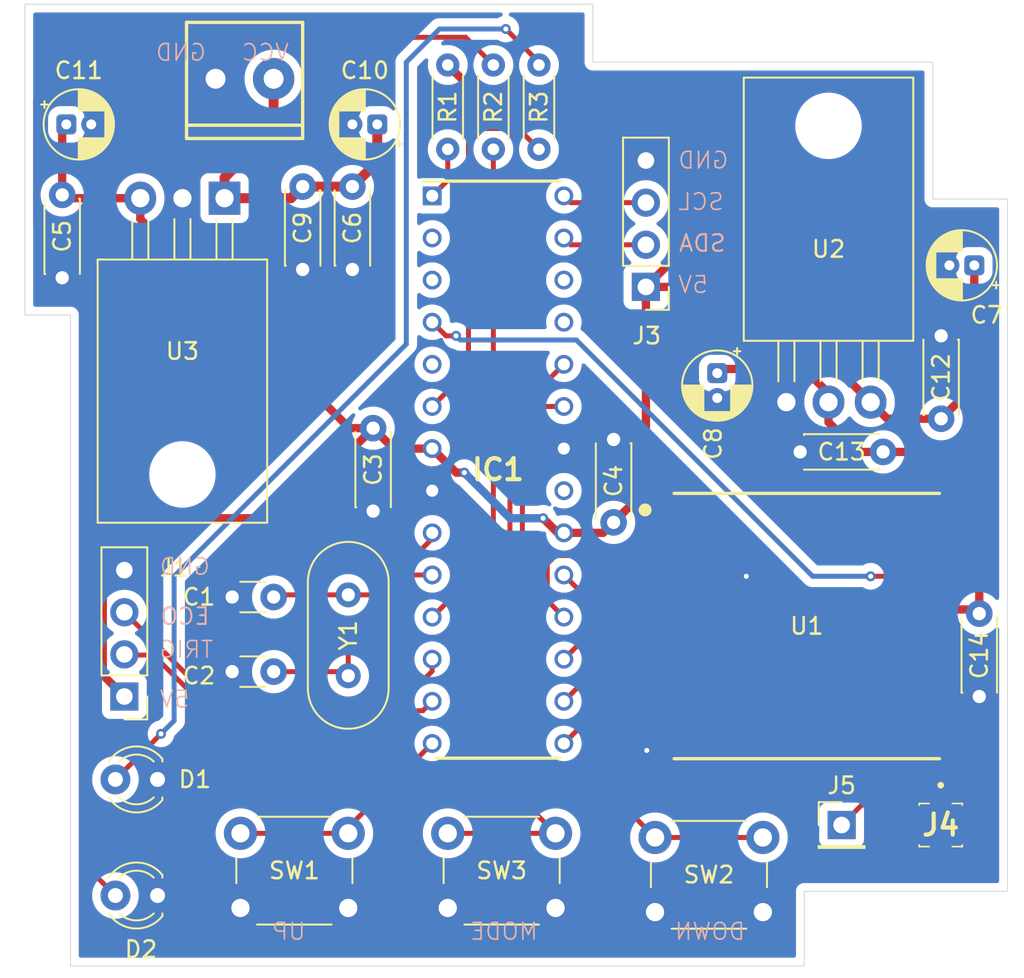
<source format=kicad_pcb>
(kicad_pcb (version 20241229) (generator "pcbnew") (generator_version "9.0")
  (title_block (title "Tank side Control Unit") (date "2025-11-05") (rev "1.0") (company "Axion"))
  (layers (0 "F.Cu" signal) (2 "B.Cu" signal) (13 "F.Paste" user) (15 "B.Paste" user) (5 "F.SilkS" user "F.Silkscreen") (7 "B.SilkS" user "B.Silkscreen") (1 "F.Mask" user) (3 "B.Mask" user) (25 "Edge.Cuts" user))
  (net 0 "")
  (net 1 "GND")
  (net 2 "Net-(IC1-PB6_(PCINT6{slash}XTAL1{slash}TOSC1))")
  (net 3 "Net-(IC1-PB7_(PCINT7{slash}XTAL2{slash}TOSC2))")
  (net 4 "+5V")
  (net 5 "VCC")
  (net 6 "+3V3")
  (net 7 "/RED led_A")
  (net 8 "/GREEN led_A")
  (net 9 "DIO0")
  (net 10 "Net-(IC1-PD5_(PCINT21{slash}OC0B{slash}T1))")
  (net 11 "BTN_mode")
  (net 13 "Net-(IC1-PD4_(PCINT20{slash}XCK{slash}T0))")
  (net 14 "MISO")
  (net 15 "SCK")
  (net 18 "NSS")
  (net 19 "MOSI")
  (net 20 "ECHO")
  (net 22 "RESET")
  (net 24 "TRIG")
  (net 25 "SDA")
  (net 26 "Net-(IC1-PC6_(PCINT14{slash}~{RESET)})")
  (net 28 "BTN_dec")
  (net 29 "SCL")
  (net 30 "BTN_inc")
  (net 32 "Net-(J4-SIGNAL)")
  (footprint "Capacitor_THT:C_Disc_D3.0mm_W1.6mm_P2.50mm" (layer "F.Cu") (at 127 101.25 180)
    (property "Reference" "C2" (at 4.5 -0.25 0) (layer "F.SilkS"))
    (property "Value" "22Pf")
    (pad "1" thru_hole circle (at 0 0 180) (size 1.6 1.6) (drill 0.8) (layers "*.Cu" "*.Mask") (net 3 "Net-(IC1-PB7_(PCINT7{slash}XTAL2{slash}TOSC2))"))
    (pad "2" thru_hole circle (at 2.5 0 180) (size 1.6 1.6) (drill 0.8) (layers "*.Cu" "*.Mask") (net 1 "GND"))
  )
  (footprint "Capacitor_THT:C_Disc_D4.3mm_W1.9mm_P5.00mm" (layer "F.Cu") (at 167.25 81 -90)
    (property "Reference" "C12" (at 2.5 0 90) (layer "F.SilkS"))
    (property "Value" "0.1uF")
    (pad "1" thru_hole circle (at 0 0 270) (size 1.6 1.6) (drill 0.8) (layers "*.Cu" "*.Mask") (net 1 "GND"))
    (pad "2" thru_hole circle (at 5 0 270) (size 1.6 1.6) (drill 0.8) (layers "*.Cu" "*.Mask") (net 4 "+5V"))
  )
  (footprint "Capacitor_THT:CP_Radial_D4.0mm_P1.50mm" (layer "F.Cu") (at 133.25 68.25 180)
    (property "Reference" "C10" (at 0.75 3.25 0) (layer "F.SilkS"))
    (property "Value" "10uF")
    (pad "1" thru_hole roundrect (at 0 0 180) (size 1.2 1.2) (drill 0.6) (layers "*.Cu" "*.Mask") (roundrect_rratio 0.208333) (net 5 "VCC"))
    (pad "2" thru_hole circle (at 1.5 0 180) (size 1.2 1.2) (drill 0.6) (layers "*.Cu" "*.Mask") (net 1 "GND"))
  )
  (footprint "Button_Switch_THT:SW_PUSH_6mm_H5mm" (layer "F.Cu") (at 137.5 111)
    (property "Reference" "SW3" (at 3.25 2.25 0) (layer "F.SilkS"))
    (property "Value" "SW_Push")
    (pad "1" thru_hole circle (at 0 0 90) (size 2 2) (drill 1.1) (layers "*.Cu" "*.Mask") (net 11 "BTN_mode"))
    (pad "1" thru_hole circle (at 6.5 0 90) (size 2 2) (drill 1.1) (layers "*.Cu" "*.Mask") (net 11 "BTN_mode"))
    (pad "2" thru_hole circle (at 0 4.5 90) (size 2 2) (drill 1.1) (layers "*.Cu" "*.Mask") (net 1 "GND"))
    (pad "2" thru_hole circle (at 6.5 4.5 90) (size 2 2) (drill 1.1) (layers "*.Cu" "*.Mask") (net 1 "GND"))
  )
  (footprint "Capacitor_THT:C_Disc_D4.3mm_W1.9mm_P5.00mm" (layer "F.Cu") (at 133 86.57 -90)
    (property "Reference" "C3" (at 2.5 0 90) (layer "F.SilkS"))
    (property "Value" "0.1uF")
    (pad "1" thru_hole circle (at 0 0 270) (size 1.6 1.6) (drill 0.8) (layers "*.Cu" "*.Mask") (net 4 "+5V"))
    (pad "2" thru_hole circle (at 5 0 270) (size 1.6 1.6) (drill 0.8) (layers "*.Cu" "*.Mask") (net 1 "GND"))
  )
  (footprint "Resistor_THT:R_Axial_DIN0204_L3.6mm_D1.6mm_P5.08mm_Horizontal" (layer "F.Cu") (at 140.25 69.75 90)
    (property "Reference" "R2" (at 2.54 0 90) (layer "F.SilkS"))
    (property "Value" "1K")
    (pad "1" thru_hole circle (at 0 0 90) (size 1.4 1.4) (drill 0.7) (layers "*.Cu" "*.Mask") (net 10 "Net-(IC1-PD5_(PCINT21{slash}OC0B{slash}T1))"))
    (pad "2" thru_hole circle (at 5.08 0 90) (size 1.4 1.4) (drill 0.7) (layers "*.Cu" "*.Mask") (net 8 "/GREEN led_A"))
  )
  (footprint "Capacitor_THT:C_Disc_D3.0mm_W1.6mm_P2.50mm" (layer "F.Cu") (at 127 96.75 180)
    (property "Reference" "C1" (at 4.5 0 0) (layer "F.SilkS"))
    (property "Value" "22Pf")
    (pad "1" thru_hole circle (at 0 0 180) (size 1.6 1.6) (drill 0.8) (layers "*.Cu" "*.Mask") (net 2 "Net-(IC1-PB6_(PCINT6{slash}XTAL1{slash}TOSC1))"))
    (pad "2" thru_hole circle (at 2.5 0 180) (size 1.6 1.6) (drill 0.8) (layers "*.Cu" "*.Mask") (net 1 "GND"))
  )
  (footprint "Connector_PinHeader_2.54mm:PinHeader_1x04_P2.54mm_Vertical" (layer "F.Cu") (at 118 102.75 180)
    (property "Reference" "J1" (at -3 7.75 0) (layer "F.SilkS"))
    (property "Value" "Conn_01x04_Pin")
    (pad "1" thru_hole rect (at 0 0 180) (size 1.7 1.7) (drill 1) (layers "*.Cu" "*.Mask") (net 4 "+5V"))
    (pad "2" thru_hole circle (at 0 2.54 180) (size 1.7 1.7) (drill 1) (layers "*.Cu" "*.Mask") (net 24 "TRIG"))
    (pad "3" thru_hole circle (at 0 5.08 180) (size 1.7 1.7) (drill 1) (layers "*.Cu" "*.Mask") (net 20 "ECHO"))
    (pad "4" thru_hole circle (at 0 7.62 180) (size 1.7 1.7) (drill 1) (layers "*.Cu" "*.Mask") (net 1 "GND"))
  )
  (footprint "Resistor_THT:R_Axial_DIN0204_L3.6mm_D1.6mm_P5.08mm_Horizontal" (layer "F.Cu") (at 137.5 64.67 -90)
    (property "Reference" "R1" (at 2.54 0 90) (layer "F.SilkS"))
    (property "Value" "10K")
    (pad "1" thru_hole circle (at 0 0 270) (size 1.4 1.4) (drill 0.7) (layers "*.Cu" "*.Mask") (net 4 "+5V"))
    (pad "2" thru_hole circle (at 5.08 0 270) (size 1.4 1.4) (drill 0.7) (layers "*.Cu" "*.Mask") (net 26 "Net-(IC1-PC6_(PCINT14{slash}~{RESET)})"))
  )
  (footprint "Resistor_THT:R_Axial_DIN0204_L3.6mm_D1.6mm_P5.08mm_Horizontal" (layer "F.Cu") (at 143 69.75 90)
    (property "Reference" "R3" (at 2.54 0 90) (layer "F.SilkS"))
    (property "Value" "1K")
    (pad "1" thru_hole circle (at 0 0 90) (size 1.4 1.4) (drill 0.7) (layers "*.Cu" "*.Mask") (net 13 "Net-(IC1-PD4_(PCINT20{slash}XCK{slash}T0))"))
    (pad "2" thru_hole circle (at 5.08 0 90) (size 1.4 1.4) (drill 0.7) (layers "*.Cu" "*.Mask") (net 7 "/RED led_A"))
  )
  (footprint "Capacitor_THT:C_Disc_D4.3mm_W1.9mm_P5.00mm" (layer "F.Cu") (at 131.75 77 90)
    (property "Reference" "C6" (at 2.5 0 90) (layer "F.SilkS"))
    (property "Value" "0.1uF")
    (pad "1" thru_hole circle (at 0 0 90) (size 1.6 1.6) (drill 0.8) (layers "*.Cu" "*.Mask") (net 1 "GND"))
    (pad "2" thru_hole circle (at 5 0 90) (size 1.6 1.6) (drill 0.8) (layers "*.Cu" "*.Mask") (net 5 "VCC"))
  )
  (footprint "Connector_PinHeader_2.54mm:PinHeader_1x04_P2.54mm_Vertical" (layer "F.Cu") (at 149.45 78.05 180)
    (property "Reference" "J3" (at -0.05 -2.95 0) (layer "F.SilkS"))
    (property "Value" "Conn_01x04_Pin")
    (pad "1" thru_hole rect (at 0 0 180) (size 1.7 1.7) (drill 1) (layers "*.Cu" "*.Mask") (net 4 "+5V"))
    (pad "2" thru_hole circle (at 0 2.54 180) (size 1.7 1.7) (drill 1) (layers "*.Cu" "*.Mask") (net 25 "SDA"))
    (pad "3" thru_hole circle (at 0 5.08 180) (size 1.7 1.7) (drill 1) (layers "*.Cu" "*.Mask") (net 29 "SCL"))
    (pad "4" thru_hole circle (at 0 7.62 180) (size 1.7 1.7) (drill 1) (layers "*.Cu" "*.Mask") (net 1 "GND"))
  )
  (footprint "PCM_SparkFun-Connector:ScrewTerminal_1x02_P3.5mm_Blue" (layer "F.Cu") (at 123.5 65.5)
    (property "Reference" "J2")
    (property "Value" "Conn_01x02_Pin")
    (pad "1" thru_hole rect (at 0 0) (size 2.5 2.5) (drill 1.2) (layers "*.Cu" "*.Mask") (net 1 "GND"))
    (pad "2" thru_hole circle (at 3.5 0) (size 2.5 2.5) (drill 1.2) (layers "*.Cu" "*.Mask") (net 5 "VCC"))
  )
  (footprint "Button_Switch_THT:SW_PUSH_6mm_H5mm" (layer "F.Cu") (at 150 111.25)
    (property "Reference" "SW2" (at 3.25 2.25 0) (layer "F.SilkS"))
    (property "Value" "SW_Push")
    (pad "1" thru_hole circle (at 0 0 90) (size 2 2) (drill 1.1) (layers "*.Cu" "*.Mask") (net 28 "BTN_dec"))
    (pad "1" thru_hole circle (at 6.5 0 90) (size 2 2) (drill 1.1) (layers "*.Cu" "*.Mask") (net 28 "BTN_dec"))
    (pad "2" thru_hole circle (at 0 4.5 90) (size 2 2) (drill 1.1) (layers "*.Cu" "*.Mask") (net 1 "GND"))
    (pad "2" thru_hole circle (at 6.5 4.5 90) (size 2 2) (drill 1.1) (layers "*.Cu" "*.Mask") (net 1 "GND"))
  )
  (footprint "custom_footprints:XCVR_RFM95W-868S2" (layer "F.Cu") (at 159.15 98.5)
    (property "Reference" "U1" (at 0 0 0) (layer "F.SilkS") (effects (font (size 1.001913 1.001913))))
    (property "Value" "RFM95W-868S2")
    (pad "1" smd rect (at -7.4 -7) (size 1.95 1.05) (layers "F.Cu" "F.Mask" "F.Paste") (net 1 "GND"))
    (pad "2" smd rect (at -7.4 -5) (size 1.95 1.05) (layers "F.Cu" "F.Mask" "F.Paste") (net 14 "MISO"))
    (pad "3" smd rect (at -7.4 -3) (size 1.95 1.05) (layers "F.Cu" "F.Mask" "F.Paste") (net 19 "MOSI"))
    (pad "4" smd rect (at -7.4 -1) (size 1.95 1.05) (layers "F.Cu" "F.Mask" "F.Paste") (net 15 "SCK"))
    (pad "5" smd rect (at -7.4 1) (size 1.95 1.05) (layers "F.Cu" "F.Mask" "F.Paste") (net 18 "NSS"))
    (pad "6" smd rect (at -7.4 3) (size 1.95 1.05) (layers "F.Cu" "F.Mask" "F.Paste") (net 22 "RESET"))
    (pad "7" smd rect (at -7.4 5) (size 1.95 1.05) (layers "F.Cu" "F.Mask" "F.Paste"))
    (pad "8" smd rect (at -7.4 7) (size 1.95 1.05) (layers "F.Cu" "F.Mask" "F.Paste") (net 1 "GND"))
    (pad "9" smd rect (at 7.4 7) (size 1.95 1.05) (layers "F.Cu" "F.Mask" "F.Paste") (net 32 "Net-(J4-SIGNAL)"))
    (pad "10" smd rect (at 7.4 5) (size 1.95 1.05) (layers "F.Cu" "F.Mask" "F.Paste") (net 1 "GND"))
    (pad "11" smd rect (at 7.4 3) (size 1.95 1.05) (layers "F.Cu" "F.Mask" "F.Paste"))
    (pad "12" smd rect (at 7.4 1) (size 1.95 1.05) (layers "F.Cu" "F.Mask" "F.Paste"))
    (pad "13" smd rect (at 7.4 -1) (size 1.95 1.05) (layers "F.Cu" "F.Mask" "F.Paste") (net 6 "+3V3"))
    (pad "14" smd rect (at 7.4 -3) (size 1.95 1.05) (layers "F.Cu" "F.Mask" "F.Paste") (net 9 "DIO0"))
    (pad "15" smd rect (at 7.4 -5) (size 1.95 1.05) (layers "F.Cu" "F.Mask" "F.Paste"))
    (pad "16" smd rect (at 7.4 -7) (size 1.95 1.05) (layers "F.Cu" "F.Mask" "F.Paste"))
  )
  (footprint "Crystal:Crystal_HC49-4H_Vertical" (layer "F.Cu") (at 131.5 101.5 90)
    (property "Reference" "Y1" (at 2.44 0 90) (layer "F.SilkS"))
    (property "Value" "Crystal")
    (pad "1" thru_hole circle (at 0 0 90) (size 1.5 1.5) (drill 0.8) (layers "*.Cu" "*.Mask") (net 3 "Net-(IC1-PB7_(PCINT7{slash}XTAL2{slash}TOSC2))"))
    (pad "2" thru_hole circle (at 4.88 0 90) (size 1.5 1.5) (drill 0.8) (layers "*.Cu" "*.Mask") (net 2 "Net-(IC1-PB6_(PCINT6{slash}XTAL1{slash}TOSC1))"))
  )
  (footprint "Package_TO_SOT_THT:TO-220-3_Horizontal_TabDown" (layer "F.Cu") (at 124.04 72.7 180)
    (property "Reference" "U3" (at 2.54 -9.23 180) (layer "F.SilkS"))
    (property "Value" "LM7805_TO220")
    (pad "" np_thru_hole circle (at 2.54 -16.66 180) (size 3.5 3.5) (drill 3.5) (layers "*.Cu" "*.Mask"))
    (pad "1" thru_hole rect (at 0 0 180) (size 1.905 2) (drill 1.1) (layers "*.Cu" "*.Mask") (net 5 "VCC"))
    (pad "2" thru_hole oval (at 2.54 0 180) (size 1.905 2) (drill 1.1) (layers "*.Cu" "*.Mask") (net 1 "GND"))
    (pad "3" thru_hole oval (at 5.08 0 180) (size 1.905 2) (drill 1.1) (layers "*.Cu" "*.Mask") (net 4 "+5V"))
  )
  (footprint "Capacitor_THT:CP_Radial_D4.0mm_P1.50mm" (layer "F.Cu") (at 114.5 68.25)
    (property "Reference" "C11" (at 0.75 -3.25 0) (layer "F.SilkS"))
    (property "Value" "10uF")
    (pad "1" thru_hole roundrect (at 0 0) (size 1.2 1.2) (drill 0.6) (layers "*.Cu" "*.Mask") (roundrect_rratio 0.208333) (net 4 "+5V"))
    (pad "2" thru_hole circle (at 1.5 0) (size 1.2 1.2) (drill 0.6) (layers "*.Cu" "*.Mask") (net 1 "GND"))
  )
  (footprint "LED_THT:LED_D3.0mm" (layer "F.Cu") (at 120 114.75 180)
    (property "Reference" "D2" (at 1 -3.25 0) (layer "F.SilkS"))
    (property "Value" "GREEN")
    (pad "1" thru_hole rect (at 0 0 180) (size 1.8 1.8) (drill 0.9) (layers "*.Cu" "*.Mask") (net 1 "GND"))
    (pad "2" thru_hole circle (at 2.54 0 180) (size 1.8 1.8) (drill 0.9) (layers "*.Cu" "*.Mask") (net 8 "/GREEN led_A"))
  )
  (footprint "Connector_PinHeader_2.54mm:PinHeader_1x01_P2.54mm_Vertical" (layer "F.Cu") (at 161.25 110.5)
    (property "Reference" "J5" (at 0 -2.38 0) (layer "F.SilkS"))
    (property "Value" "Conn_01x01_Pin")
    (pad "1" thru_hole rect (at 0 0) (size 1.7 1.7) (drill 1) (layers "*.Cu" "*.Mask") (net 32 "Net-(J4-SIGNAL)"))
  )
  (footprint "Capacitor_THT:C_Disc_D4.3mm_W1.9mm_P5.00mm" (layer "F.Cu") (at 158.75 88)
    (property "Reference" "C13" (at 2.5 0 0) (layer "F.SilkS"))
    (property "Value" "0.1uF")
    (pad "1" thru_hole circle (at 0 0) (size 1.6 1.6) (drill 0.8) (layers "*.Cu" "*.Mask") (net 1 "GND"))
    (pad "2" thru_hole circle (at 5 0) (size 1.6 1.6) (drill 0.8) (layers "*.Cu" "*.Mask") (net 6 "+3V3"))
  )
  (footprint "custom_footprints:R302302000" (layer "F.Cu") (at 167.225 110.5 180)
    (property "Reference" "J4" (at 0 0 180) (layer "F.SilkS") (effects (font (size 1.27 1.27) (thickness 0.254))))
    (property "Value" "R302302000" (hide yes))
    (pad "1" smd rect (at 0 1.5 180) (size 1 1) (layers "F.Cu" "F.Mask" "F.Paste") (net 32 "Net-(J4-SIGNAL)"))
    (pad "2" smd rect (at 1.475 0 180) (size 1.05 2) (layers "F.Cu" "F.Mask" "F.Paste") (net 1 "GND"))
    (pad "3" smd rect (at 0 -1.5 180) (size 1 1) (layers "F.Cu" "F.Mask" "F.Paste") (net 1 "GND"))
    (pad "4" smd rect (at -1.475 0 180) (size 1.05 2) (layers "F.Cu" "F.Mask" "F.Paste") (net 1 "GND"))
  )
  (footprint "Package_TO_SOT_THT:TO-220-3_Horizontal_TabDown" (layer "F.Cu") (at 157.92 85)
    (property "Reference" "U2" (at 2.54 -9.23 0) (layer "F.SilkS"))
    (property "Value" "LM1117T-3.3")
    (pad "" np_thru_hole circle (at 2.54 -16.66) (size 3.5 3.5) (drill 3.5) (layers "*.Cu" "*.Mask"))
    (pad "1" thru_hole rect (at 0 0) (size 1.905 2) (drill 1.1) (layers "*.Cu" "*.Mask") (net 1 "GND"))
    (pad "2" thru_hole oval (at 2.54 0) (size 1.905 2) (drill 1.1) (layers "*.Cu" "*.Mask") (net 6 "+3V3"))
    (pad "3" thru_hole oval (at 5.08 0) (size 1.905 2) (drill 1.1) (layers "*.Cu" "*.Mask") (net 4 "+5V"))
  )
  (footprint "LED_THT:LED_D3.0mm" (layer "F.Cu") (at 120 107.75 180)
    (property "Reference" "D1" (at -2.25 0 0) (layer "F.SilkS"))
    (property "Value" "RED")
    (pad "1" thru_hole rect (at 0 0 180) (size 1.8 1.8) (drill 0.9) (layers "*.Cu" "*.Mask") (net 1 "GND"))
    (pad "2" thru_hole circle (at 2.54 0 180) (size 1.8 1.8) (drill 0.9) (layers "*.Cu" "*.Mask") (net 7 "/RED led_A"))
  )
  (footprint "Capacitor_THT:C_Disc_D4.3mm_W1.9mm_P5.00mm" (layer "F.Cu") (at 128.75 77 90)
    (property "Reference" "C9" (at 2.5 0 90) (layer "F.SilkS"))
    (property "Value" "0.1uF")
    (pad "1" thru_hole circle (at 0 0 90) (size 1.6 1.6) (drill 0.8) (layers "*.Cu" "*.Mask") (net 1 "GND"))
    (pad "2" thru_hole circle (at 5 0 90) (size 1.6 1.6) (drill 0.8) (layers "*.Cu" "*.Mask") (net 5 "VCC"))
  )
  (footprint "Capacitor_THT:C_Disc_D4.3mm_W1.9mm_P5.00mm" (layer "F.Cu") (at 114.25 77.5 90)
    (property "Reference" "C5" (at 2.5 0 90) (layer "F.SilkS"))
    (property "Value" "0.1uF")
    (pad "1" thru_hole circle (at 0 0 90) (size 1.6 1.6) (drill 0.8) (layers "*.Cu" "*.Mask") (net 1 "GND"))
    (pad "2" thru_hole circle (at 5 0 90) (size 1.6 1.6) (drill 0.8) (layers "*.Cu" "*.Mask") (net 4 "+5V"))
  )
  (footprint "Capacitor_THT:CP_Radial_D4.0mm_P1.50mm" (layer "F.Cu") (at 169.25 76.75 180)
    (property "Reference" "C7" (at -0.75 -3 0) (layer "F.SilkS"))
    (property "Value" "10uF")
    (pad "1" thru_hole roundrect (at 0 0 180) (size 1.2 1.2) (drill 0.6) (layers "*.Cu" "*.Mask") (roundrect_rratio 0.208333) (net 4 "+5V"))
    (pad "2" thru_hole circle (at 1.5 0 180) (size 1.2 1.2) (drill 0.6) (layers "*.Cu" "*.Mask") (net 1 "GND"))
  )
  (footprint "Button_Switch_THT:SW_PUSH_6mm_H5mm" (layer "F.Cu") (at 125 111)
    (property "Reference" "SW1" (at 3.25 2.25 0) (layer "F.SilkS"))
    (property "Value" "SW_Push")
    (pad "1" thru_hole circle (at 0 0 90) (size 2 2) (drill 1.1) (layers "*.Cu" "*.Mask") (net 30 "BTN_inc"))
    (pad "1" thru_hole circle (at 6.5 0 90) (size 2 2) (drill 1.1) (layers "*.Cu" "*.Mask") (net 30 "BTN_inc"))
    (pad "2" thru_hole circle (at 0 4.5 90) (size 2 2) (drill 1.1) (layers "*.Cu" "*.Mask") (net 1 "GND"))
    (pad "2" thru_hole circle (at 6.5 4.5 90) (size 2 2) (drill 1.1) (layers "*.Cu" "*.Mask") (net 1 "GND"))
  )
  (footprint "Capacitor_THT:CP_Radial_D4.0mm_P1.50mm" (layer "F.Cu") (at 153.75 83.25 -90)
    (property "Reference" "C8" (at 4.25 0.25 90) (layer "F.SilkS"))
    (property "Value" "10uF")
    (pad "1" thru_hole roundrect (at 0 0 270) (size 1.2 1.2) (drill 0.6) (layers "*.Cu" "*.Mask") (roundrect_rratio 0.208333) (net 6 "+3V3"))
    (pad "2" thru_hole circle (at 1.5 0 270) (size 1.2 1.2) (drill 0.6) (layers "*.Cu" "*.Mask") (net 1 "GND"))
  )
  (footprint "SamacSys_Part:DIP794W53P254L3467H457Q28N" (layer "F.Cu") (at 140.531 89.07)
    (property "Reference" "IC1" (at 0 0 0) (layer "F.SilkS") (effects (font (size 1.27 1.27) (thickness 0.254))))
    (property "Value" "ATMEGA328P-PU" (hide yes))
    (pad "1" thru_hole rect (at -3.969 -16.51) (size 1.133 1.133) (drill 0.733) (layers "*.Cu" "*.Mask") (net 26 "Net-(IC1-PC6_(PCINT14{slash}~{RESET)})"))
    (pad "2" thru_hole circle (at -3.969 -13.97) (size 1.133 1.133) (drill 0.733) (layers "*.Cu" "*.Mask"))
    (pad "3" thru_hole circle (at -3.969 -11.43) (size 1.133 1.133) (drill 0.733) (layers "*.Cu" "*.Mask"))
    (pad "4" thru_hole circle (at -3.969 -8.89) (size 1.133 1.133) (drill 0.733) (layers "*.Cu" "*.Mask") (net 9 "DIO0"))
    (pad "5" thru_hole circle (at -3.969 -6.35) (size 1.133 1.133) (drill 0.733) (layers "*.Cu" "*.Mask"))
    (pad "6" thru_hole circle (at -3.969 -3.81) (size 1.133 1.133) (drill 0.733) (layers "*.Cu" "*.Mask") (net 13 "Net-(IC1-PD4_(PCINT20{slash}XCK{slash}T0))"))
    (pad "7" thru_hole circle (at -3.969 -1.27) (size 1.133 1.133) (drill 0.733) (layers "*.Cu" "*.Mask") (net 4 "+5V"))
    (pad "8" thru_hole circle (at -3.969 1.27) (size 1.133 1.133) (drill 0.733) (layers "*.Cu" "*.Mask") (net 1 "GND"))
    (pad "9" thru_hole circle (at -3.969 3.81) (size 1.133 1.133) (drill 0.733) (layers "*.Cu" "*.Mask") (net 2 "Net-(IC1-PB6_(PCINT6{slash}XTAL1{slash}TOSC1))"))
    (pad "10" thru_hole circle (at -3.969 6.35) (size 1.133 1.133) (drill 0.733) (layers "*.Cu" "*.Mask") (net 3 "Net-(IC1-PB7_(PCINT7{slash}XTAL2{slash}TOSC2))"))
    (pad "11" thru_hole circle (at -3.969 8.89) (size 1.133 1.133) (drill 0.733) (layers "*.Cu" "*.Mask") (net 10 "Net-(IC1-PD5_(PCINT21{slash}OC0B{slash}T1))"))
    (pad "12" thru_hole circle (at -3.969 11.43) (size 1.133 1.133) (drill 0.733) (layers "*.Cu" "*.Mask") (net 20 "ECHO"))
    (pad "13" thru_hole circle (at -3.969 13.97) (size 1.133 1.133) (drill 0.733) (layers "*.Cu" "*.Mask") (net 24 "TRIG"))
    (pad "14" thru_hole circle (at -3.969 16.51) (size 1.133 1.133) (drill 0.733) (layers "*.Cu" "*.Mask") (net 30 "BTN_inc"))
    (pad "15" thru_hole circle (at 3.969 16.51) (size 1.133 1.133) (drill 0.733) (layers "*.Cu" "*.Mask") (net 22 "RESET"))
    (pad "16" thru_hole circle (at 3.969 13.97) (size 1.133 1.133) (drill 0.733) (layers "*.Cu" "*.Mask") (net 18 "NSS"))
    (pad "17" thru_hole circle (at 3.969 11.43) (size 1.133 1.133) (drill 0.733) (layers "*.Cu" "*.Mask") (net 19 "MOSI"))
    (pad "18" thru_hole circle (at 3.969 8.89) (size 1.133 1.133) (drill 0.733) (layers "*.Cu" "*.Mask") (net 14 "MISO"))
    (pad "19" thru_hole circle (at 3.969 6.35) (size 1.133 1.133) (drill 0.733) (layers "*.Cu" "*.Mask") (net 15 "SCK"))
    (pad "20" thru_hole circle (at 3.969 3.81) (size 1.133 1.133) (drill 0.733) (layers "*.Cu" "*.Mask") (net 4 "+5V"))
    (pad "21" thru_hole circle (at 3.969 1.27) (size 1.133 1.133) (drill 0.733) (layers "*.Cu" "*.Mask"))
    (pad "22" thru_hole circle (at 3.969 -1.27) (size 1.133 1.133) (drill 0.733) (layers "*.Cu" "*.Mask") (net 1 "GND"))
    (pad "23" thru_hole circle (at 3.969 -3.81) (size 1.133 1.133) (drill 0.733) (layers "*.Cu" "*.Mask") (net 28 "BTN_dec"))
    (pad "24" thru_hole circle (at 3.969 -6.35) (size 1.133 1.133) (drill 0.733) (layers "*.Cu" "*.Mask") (net 11 "BTN_mode"))
    (pad "25" thru_hole circle (at 3.969 -8.89) (size 1.133 1.133) (drill 0.733) (layers "*.Cu" "*.Mask"))
    (pad "26" thru_hole circle (at 3.969 -11.43) (size 1.133 1.133) (drill 0.733) (layers "*.Cu" "*.Mask"))
    (pad "27" thru_hole circle (at 3.969 -13.97) (size 1.133 1.133) (drill 0.733) (layers "*.Cu" "*.Mask") (net 25 "SDA"))
    (pad "28" thru_hole circle (at 3.969 -16.51) (size 1.133 1.133) (drill 0.733) (layers "*.Cu" "*.Mask") (net 29 "SCL"))
  )
  (footprint "Capacitor_THT:C_Disc_D4.3mm_W1.9mm_P5.00mm" (layer "F.Cu") (at 169.55 102.75 90)
    (property "Reference" "C14" (at 2.5 0 90) (layer "F.SilkS"))
    (property "Value" "0.1uF")
    (pad "1" thru_hole circle (at 0 0 90) (size 1.6 1.6) (drill 0.8) (layers "*.Cu" "*.Mask") (net 1 "GND"))
    (pad "2" thru_hole circle (at 5 0 90) (size 1.6 1.6) (drill 0.8) (layers "*.Cu" "*.Mask") (net 6 "+3V3"))
  )
  (footprint "Capacitor_THT:C_Disc_D4.3mm_W1.9mm_P5.00mm" (layer "F.Cu") (at 147.5 92.25 90)
    (property "Reference" "C4" (at 2.5 0 90) (layer "F.SilkS"))
    (property "Value" "0.1uF")
    (pad "1" thru_hole circle (at 0 0 90) (size 1.6 1.6) (drill 0.8) (layers "*.Cu" "*.Mask") (net 4 "+5V"))
    (pad "2" thru_hole circle (at 5 0 90) (size 1.6 1.6) (drill 0.8) (layers "*.Cu" "*.Mask") (net 1 "GND"))
  )
  (gr_poly (pts (xy 146.25 61) (xy 146.25 64.5) (xy 166.75 64.5) (xy 166.75 72.75) (xy 171.25 72.75) (xy 171.25 95.25) (xy 171.25 114.5) (xy 159 114.5) (xy 159 119) (xy 114.75 119) (xy 114.75 79.75) (xy 112 79.75) (xy 112 61)) (stroke (width 0.05)) (fill no) (layer "Edge.Cuts"))
  (gr_text "ECO" (at 123.217857 98.5 0) (layer "B.SilkS") (effects (font (size 1 1) (thickness 0.125)) (justify left bottom mirror)))
  (gr_text "SDA" (at 154.336905 76 0) (layer "B.SilkS") (effects (font (size 1 1) (thickness 0.125)) (justify left bottom mirror)))
  (gr_text "MODE" (at 143 117.5 0) (layer "B.SilkS") (effects (font (size 1 1) (thickness 0.1)) (justify left bottom mirror)))
  (gr_text "VCC" (at 128 64.5 0) (layer "B.SilkS") (effects (font (size 1 1) (thickness 0.1)) (justify left bottom mirror)))
  (gr_text "GND" (at 123 64.5 0) (layer "B.SilkS") (effects (font (size 1 1) (thickness 0.1)) (justify left bottom mirror)))
  (gr_text "GND" (at 154.5 71 0) (layer "B.SilkS") (effects (font (size 1 1) (thickness 0.1)) (justify left bottom mirror)))
  (gr_text "DOWN" (at 155.5 117.5 0) (layer "B.SilkS") (effects (font (size 1 1) (thickness 0.1)) (justify left bottom mirror)))
  (gr_text "UP" (at 129 117.5 0) (layer "B.SilkS") (effects (font (size 1 1) (thickness 0.1)) (justify left bottom mirror)))
  (gr_text "5V" (at 122 103.5 0) (layer "B.SilkS") (effects (font (size 1 1) (thickness 0.1)) (justify left bottom mirror)))
  (gr_text "TRIG" (at 123.428571 100.5 0) (layer "B.SilkS") (effects (font (size 1 1) (thickness 0.1)) (justify left bottom mirror)))
  (gr_text "GND" (at 123.238095 95.5 0) (layer "B.SilkS") (effects (font (size 1 1) (thickness 0.1)) (justify left bottom mirror)))
  (gr_text "SCL" (at 154.214286 73.5 0) (layer "B.SilkS") (effects (font (size 1 1) (thickness 0.1)) (justify left bottom mirror)))
  (gr_text "5V" (at 153.261905 78.5 0) (layer "B.SilkS") (effects (font (size 1 1) (thickness 0.1)) (justify left bottom mirror)))
  (segment (start 165.75 110.5) (end 165.75 111.75) (width 0.5) (layer "F.Cu") (net 1))
  (segment (start 166 112) (end 167.225 112) (width 0.5) (layer "F.Cu") (net 1))
  (segment (start 155.5 95.5) (end 155.5 94.5) (width 0.5) (layer "F.Cu") (net 1))
  (segment (start 168.7 110.5) (end 168.7 110.3) (width 0.5) (layer "F.Cu") (net 1))
  (segment (start 166.55 103.5) (end 168.8 103.5) (width 0.5) (layer "F.Cu") (net 1))
  (segment (start 165.75 111.75) (end 166 112) (width 0.5) (layer "F.Cu") (net 1))
  (segment (start 168.8 103.5) (end 169.55 102.75) (width 0.5) (layer "F.Cu") (net 1))
  (segment (start 151.75 105.5) (end 150 105.5) (width 0.5) (layer "F.Cu") (net 1))
  (segment (start 168.7 111.8) (end 168.5 112) (width 0.5) (layer "F.Cu") (net 1))
  (segment (start 169.55 109.45) (end 169.55 102.75) (width 0.5) (layer "F.Cu") (net 1))
  (segment (start 168.5 112) (end 167.225 112) (width 0.5) (layer "F.Cu") (net 1))
  (segment (start 114.25 77.5) (end 114.25 77.75) (width 0.5) (layer "F.Cu") (net 1))
  (segment (start 150 105.5) (end 149.5 106) (width 0.5) (layer "F.Cu") (net 1))
  (segment (start 168.7 110.3) (end 169.55 109.45) (width 0.5) (layer "F.Cu") (net 1))
  (segment (start 152.5 91.5) (end 151.75 91.5) (width 0.5) (layer "F.Cu") (net 1))
  (segment (start 168.7 110.5) (end 168.7 111.8) (width 0.5) (layer "F.Cu") (net 1))
  (segment (start 155.5 94.5) (end 152.5 91.5) (width 0.5) (layer "F.Cu") (net 1))
  (via (at 149.5 106) (size 0.6) (drill 0.3) (layers "F.Cu" "B.Cu") (net 1))
  (via (at 155.5 95.5) (size 0.6) (drill 0.3) (layers "F.Cu" "B.Cu") (net 1))
  (segment (start 131.5 96.62) (end 133.17148 96.62) (width 0.3) (layer "F.Cu") (net 2))
  (segment (start 127 96.75) (end 127.25 96.75) (width 0.3) (layer "F.Cu") (net 2))
  (segment (start 136.562 93.22948) (end 136.562 92.88) (width 0.3) (layer "F.Cu") (net 2))
  (segment (start 127.38 96.62) (end 131.5 96.62) (width 0.3) (layer "F.Cu") (net 2))
  (segment (start 127.25 96.75) (end 127.38 96.62) (width 0.3) (layer "F.Cu") (net 2))
  (segment (start 133.17148 96.62) (end 136.562 93.22948) (width 0.3) (layer "F.Cu") (net 2))
  (segment (start 131.25 101.25) (end 131.5 101.5) (width 0.3) (layer "F.Cu") (net 3))
  (segment (start 131.5 101.5) (end 131.5 99) (width 0.3) (layer "F.Cu") (net 3))
  (segment (start 135.08 95.42) (end 136.562 95.42) (width 0.3) (layer "F.Cu") (net 3))
  (segment (start 127 101.25) (end 131.25 101.25) (width 0.3) (layer "F.Cu") (net 3))
  (segment (start 131.5 99) (end 135.08 95.42) (width 0.3) (layer "F.Cu") (net 3))
  (segment (start 140.729 67.899) (end 149.453946 67.899) (width 0.5) (layer "F.Cu") (net 4))
  (segment (start 136.562 87.8) (end 134.23 87.8) (width 0.5) (layer "F.Cu") (net 4))
  (segment (start 138.5 89.25) (end 138.012 89.25) (width 0.5) (layer "F.Cu") (net 4))
  (segment (start 137.5 64.67) (end 140.729 67.899) (width 0.5) (layer "F.Cu") (net 4))
  (segment (start 118.96 73.96) (end 131.57 86.57) (width 0.5) (layer "F.Cu") (net 4))
  (segment (start 151.25 76.25) (end 149.45 78.05) (width 0.5) (layer "F.Cu") (net 4))
  (segment (start 144.13 92.88) (end 143.25 92) (width 0.5) (layer "F.Cu") (net 4))
  (segment (start 134.23 87.8) (end 133 86.57) (width 0.5) (layer "F.Cu") (net 4))
  (segment (start 127.57 92) (end 133 86.57) (width 0.5) (layer "F.Cu") (net 4))
  (segment (start 147.5 92.25) (end 149.45 90.3) (width 0.5) (layer "F.Cu") (net 4))
  (segment (start 114.45 72.7) (end 114.25 72.5) (width 0.5) (layer "F.Cu") (net 4))
  (segment (start 118.96 72.7) (end 114.45 72.7) (width 0.5) (layer "F.Cu") (net 4))
  (segment (start 164 86) (end 163 85) (width 0.5) (layer "F.Cu") (net 4))
  (segment (start 131.57 86.57) (end 133 86.57) (width 0.5) (layer "F.Cu") (net 4))
  (segment (start 167.25 86) (end 169.25 84) (width 0.5) (layer "F.Cu") (net 4))
  (segment (start 167.25 86) (end 164 86) (width 0.5) (layer "F.Cu") (net 4))
  (segment (start 138.012 89.25) (end 136.562 87.8) (width 0.5) (layer "F.Cu") (net 4))
  (segment (start 119.290108 92) (end 127.57 92) (width 0.5) (layer "F.Cu") (net 4))
  (segment (start 116.699 101.449) (end 116.699 94.591108) (width 0.5) (layer "F.Cu") (net 4))
  (segment (start 144.5 92.88) (end 146.87 92.88) (width 0.5) (layer "F.Cu") (net 4))
  (segment (start 116.699 94.591108) (end 119.290108 92) (width 0.5) (layer "F.Cu") (net 4))
  (segment (start 118.96 72.7) (end 118.96 73.96) (width 0.5) (layer "F.Cu") (net 4))
  (segment (start 149.453946 67.899) (end 151.25 69.695054) (width 0.5) (layer "F.Cu") (net 4))
  (segment (start 118 102.75) (end 116.699 101.449) (width 0.5) (layer "F.Cu") (net 4))
  (segment (start 149.45 78.05) (end 156.05 78.05) (width 0.5) (layer "F.Cu") (net 4))
  (segment (start 114.25 72.5) (end 114.25 68.5) (width 0.5) (layer "F.Cu") (net 4))
  (segment (start 149.45 90.3) (end 149.45 78.05) (width 0.5) (layer "F.Cu") (net 4))
  (segment (start 114.25 68.5) (end 114.5 68.25) (width 0.5) (layer "F.Cu") (net 4))
  (segment (start 156.05 78.05) (end 163 85) (width 0.5) (layer "F.Cu") (net 4))
  (segment (start 169.25 84) (end 169.25 76.75) (width 0.5) (layer "F.Cu") (net 4))
  (segment (start 144.5 92.88) (end 144.13 92.88) (width 0.5) (layer "F.Cu") (net 4))
  (segment (start 146.87 92.88) (end 147.5 92.25) (width 0.5) (layer "F.Cu") (net 4))
  (segment (start 151.25 69.695054) (end 151.25 76.25) (width 0.5) (layer "F.Cu") (net 4))
  (via (at 143.25 92) (size 0.6) (drill 0.3) (layers "F.Cu" "B.Cu") (net 4))
  (via (at 138.5 89.25) (size 0.6) (drill 0.3) (layers "F.Cu" "B.Cu") (net 4))
  (segment (start 141.25 92) (end 138.5 89.25) (width 0.5) (layer "B.Cu") (net 4))
  (segment (start 143.25 92) (end 141.25 92) (width 0.5) (layer "B.Cu") (net 4))
  (segment (start 128.05 72.7) (end 128.75 72) (width 0.6) (layer "F.Cu") (net 5))
  (segment (start 131.75 72) (end 133.25 70.5) (width 0.6) (layer "F.Cu") (net 5))
  (segment (start 124.04 71.46) (end 127 68.5) (width 0.6) (layer "F.Cu") (net 5))
  (segment (start 133.25 70.5) (end 133.25 68.25) (width 0.6) (layer "F.Cu") (net 5))
  (segment (start 124.04 72.7) (end 128.05 72.7) (width 0.6) (layer "F.Cu") (net 5))
  (segment (start 124.04 72.7) (end 124.04 71.46) (width 0.6) (layer "F.Cu") (net 5))
  (segment (start 127 68.5) (end 127 65.5) (width 0.6) (layer "F.Cu") (net 5))
  (segment (start 128.75 72) (end 131.75 72) (width 0.6) (layer "F.Cu") (net 5))
  (segment (start 169.55 97.75) (end 169.55 91.55) (width 0.5) (layer "F.Cu") (net 6))
  (segment (start 160.46 85) (end 160.46 84.46) (width 0.5) (layer "F.Cu") (net 6))
  (segment (start 169.55 91.55) (end 166 88) (width 0.5) (layer "F.Cu") (net 6))
  (segment (start 160.46 86.21) (end 160.46 85) (width 0.5) (layer "F.Cu") (net 6))
  (segment (start 169.3 97.5) (end 169.55 97.75) (width 0.5) (layer "F.Cu") (net 6))
  (segment (start 163.75 88) (end 162.25 88) (width 0.5) (layer "F.Cu") (net 6))
  (segment (start 159 83) (end 154 83) (width 0.5) (layer "F.Cu") (net 6))
  (segment (start 166.55 97.5) (end 169.3 97.5) (width 0.5) (layer "F.Cu") (net 6))
  (segment (start 162.25 88) (end 160.46 86.21) (width 0.5) (layer "F.Cu") (net 6))
  (segment (start 154 83) (end 153.75 83.25) (width 0.5) (layer "F.Cu") (net 6))
  (segment (start 160.46 84.46) (end 159 83) (width 0.5) (layer "F.Cu") (net 6))
  (segment (start 166 88) (end 163.75 88) (width 0.5) (layer "F.Cu") (net 6))
  (segment (start 120.21 105) (end 117.46 107.75) (width 0.3) (layer "F.Cu") (net 7))
  (segment (start 143 64.5) (end 141 62.5) (width 0.3) (layer "F.Cu") (net 7))
  (segment (start 143 64.67) (end 143 64.5) (width 0.3) (layer "F.Cu") (net 7))
  (via (at 141 62.5) (size 0.6) (drill 0.3) (layers "F.Cu" "B.Cu") (net 7))
  (via (at 120.21 105) (size 0.6) (drill 0.3) (layers "F.Cu" "B.Cu") (net 7))
  (segment (start 135 81.5) (end 135 64.5) (width 0.3) (layer "B.Cu") (net 7))
  (segment (start 120.21 105) (end 121 104.21) (width 0.3) (layer "B.Cu") (net 7))
  (segment (start 137 62.5) (end 141 62.5) (width 0.3) (layer "B.Cu") (net 7))
  (segment (start 121 104.21) (end 121 95.5) (width 0.3) (layer "B.Cu") (net 7))
  (segment (start 121 95.5) (end 135 81.5) (width 0.3) (layer "B.Cu") (net 7))
  (segment (start 135 64.5) (end 137 62.5) (width 0.3) (layer "B.Cu") (net 7))
  (segment (start 112.651 74.27324) (end 115.5 77.12224) (width 0.3) (layer "F.Cu") (net 8))
  (segment (start 115.5 77.12224) (end 115.5 112.79) (width 0.3) (layer "F.Cu") (net 8))
  (segment (start 116.5 63) (end 112.651 66.849) (width 0.3) (layer "F.Cu") (net 8))
  (segment (start 115.5 112.79) (end 117.46 114.75) (width 0.3) (layer "F.Cu") (net 8))
  (segment (start 112.651 66.849) (end 112.651 74.27324) (width 0.3) (layer "F.Cu") (net 8))
  (segment (start 138.58 63) (end 116.5 63) (width 0.3) (layer "F.Cu") (net 8))
  (segment (start 140.25 64.67) (end 138.58 63) (width 0.3) (layer "F.Cu") (net 8))
  (segment (start 136.57 80.18) (end 136.562 80.18) (width 0.3) (layer "F.Cu") (net 9))
  (segment (start 138 81) (end 137.39 81) (width 0.3) (layer "F.Cu") (net 9))
  (segment (start 137.39 81) (end 136.57 80.18) (width 0.3) (layer "F.Cu") (net 9))
  (segment (start 163 95.5) (end 166.55 95.5) (width 0.3) (layer "F.Cu") (net 9))
  (via (at 163 95.5) (size 0.6) (drill 0.3) (layers "F.Cu" "B.Cu") (net 9))
  (via (at 138 81) (size 0.6) (drill 0.3) (layers "F.Cu" "B.Cu") (net 9))
  (segment (start 145.25 81.25) (end 138.25 81.25) (width 0.3) (layer "B.Cu") (net 9))
  (segment (start 159.5 95.5) (end 145.25 81.25) (width 0.3) (layer "B.Cu") (net 9))
  (segment (start 163 95.5) (end 159.5 95.5) (width 0.3) (layer "B.Cu") (net 9))
  (segment (start 138.25 81.25) (end 138 81) (width 0.3) (layer "B.Cu") (net 9))
  (segment (start 140.25 94.272) (end 136.562 97.96) (width 0.3) (layer "F.Cu") (net 10))
  (segment (start 140.25 69.75) (end 140.25 94.272) (width 0.3) (layer "F.Cu") (net 10))
  (segment (start 141.25 108.25) (end 144 111) (width 0.3) (layer "F.Cu") (net 11))
  (segment (start 137.5 111) (end 144 111) (width 0.3) (layer "F.Cu") (net 11))
  (segment (start 144.5 82.72) (end 141.25 85.97) (width 0.3) (layer "F.Cu") (net 11))
  (segment (start 141.25 85.97) (end 141.25 108.25) (width 0.3) (layer "F.Cu") (net 11))
  (segment (start 138.75 69.381831) (end 138.75 83.072) (width 0.3) (layer "F.Cu") (net 13))
  (segment (start 139.631831 68.5) (end 138.75 69.381831) (width 0.3) (layer "F.Cu") (net 13))
  (segment (start 143 69.75) (end 141.75 68.5) (width 0.3) (layer "F.Cu") (net 13))
  (segment (start 141.75 68.5) (end 139.631831 68.5) (width 0.3) (layer "F.Cu") (net 13))
  (segment (start 138.75 83.072) (end 136.562 85.26) (width 0.3) (layer "F.Cu") (net 13))
  (segment (start 151 94.25) (end 144 94.25) (width 0.3) (layer "F.Cu") (net 14))
  (segment (start 144 94.25) (end 143.5 94.75) (width 0.3) (layer "F.Cu") (net 14))
  (segment (start 143.5 94.75) (end 143.5 96.96) (width 0.3) (layer "F.Cu") (net 14))
  (segment (start 151.75 93.5) (end 151 94.25) (width 0.3) (layer "F.Cu") (net 14))
  (segment (start 143.5 96.96) (end 144.5 97.96) (width 0.3) (layer "F.Cu") (net 14))
  (segment (start 151.75 97.5) (end 146.58 97.5) (width 0.3) (layer "F.Cu") (net 15))
  (segment (start 146.58 97.5) (end 144.5 95.42) (width 0.3) (layer "F.Cu") (net 15))
  (segment (start 151.75 99.5) (end 148.04 99.5) (width 0.3) (layer "F.Cu") (net 18))
  (segment (start 148.04 99.5) (end 144.5 103.04) (width 0.3) (layer "F.Cu") (net 18))
  (segment (start 153.75 98.125) (end 153.375 98.5) (width 0.3) (layer "F.Cu") (net 19))
  (segment (start 153.75 96) (end 153.75 98.125) (width 0.3) (layer "F.Cu") (net 19))
  (segment (start 153.375 98.5) (end 146.5 98.5) (width 0.3) (layer "F.Cu") (net 19))
  (segment (start 146.5 98.5) (end 144.5 100.5) (width 0.3) (layer "F.Cu") (net 19))
  (segment (start 153.25 95.5) (end 153.75 96) (width 0.3) (layer "F.Cu") (net 19))
  (segment (start 151.75 95.5) (end 153.25 95.5) (width 0.3) (layer "F.Cu") (net 19))
  (segment (start 134.781 103) (end 123.33 103) (width 0.3) (layer "F.Cu") (net 20))
  (segment (start 123.33 103) (end 118 97.67) (width 0.3) (layer "F.Cu") (net 20))
  (segment (start 136.562 100.5) (end 136.562 100.938) (width 0.3) (layer "F.Cu") (net 20))
  (segment (start 136.562 101.219) (end 134.781 103) (width 0.3) (layer "F.Cu") (net 20))
  (segment (start 136.562 100.5) (end 136.562 101.219) (width 0.3) (layer "F.Cu") (net 20))
  (segment (start 148.58 101.5) (end 144.5 105.58) (width 0.3) (layer "F.Cu") (net 22))
  (segment (start 151.75 101.5) (end 148.58 101.5) (width 0.3) (layer "F.Cu") (net 22))
  (segment (start 118.04 100.25) (end 118 100.21) (width 0.3) (layer "F.Cu") (net 24))
  (segment (start 136.562 103.04) (end 135.995501 103.606499) (width 0.3) (layer "F.Cu") (net 24))
  (segment (start 123.106499 103.606499) (end 119.75 100.25) (width 0.3) (layer "F.Cu") (net 24))
  (segment (start 119.75 100.25) (end 118.04 100.25) (width 0.3) (layer "F.Cu") (net 24))
  (segment (start 135.995501 103.606499) (end 123.106499 103.606499) (width 0.3) (layer "F.Cu") (net 24))
  (segment (start 144.91 75.51) (end 144.5 75.1) (width 0.3) (layer "F.Cu") (net 25))
  (segment (start 149.45 75.51) (end 144.91 75.51) (width 0.3) (layer "F.Cu") (net 25))
  (segment (start 149.04 75.1) (end 149.45 75.51) (width 0.3) (layer "F.Cu") (net 25))
  (segment (start 137.5 69.75) (end 137.5 71.622) (width 0.3) (layer "F.Cu") (net 26))
  (segment (start 137.5 71.622) (end 136.562 72.56) (width 0.3) (layer "F.Cu") (net 26))
  (segment (start 143.24 85.26) (end 142 86.5) (width 0.3) (layer "F.Cu") (net 28))
  (segment (start 143.25 108.25) (end 147 108.25) (width 0.3) (layer "F.Cu") (net 28))
  (segment (start 144.5 85.26) (end 143.24 85.26) (width 0.3) (layer "F.Cu") (net 28))
  (segment (start 142 107) (end 143.25 108.25) (width 0.3) (layer "F.Cu") (net 28))
  (segment (start 150 111.25) (end 156.5 111.25) (width 0.3) (layer "F.Cu") (net 28))
  (segment (start 147 108.25) (end 150 111.25) (width 0.3) (layer "F.Cu") (net 28))
  (segment (start 142 86.5) (end 142 107) (width 0.3) (layer "F.Cu") (net 28))
  (segment (start 149.45 72.97) (end 144.91 72.97) (width 0.3) (layer "F.Cu") (net 29))
  (segment (start 144.91 72.97) (end 144.5 72.56) (width 0.3) (layer "F.Cu") (net 29))
  (segment (start 136.562 105.58) (end 131.5 110.642) (width 0.3) (layer "F.Cu") (net 30))
  (segment (start 131.5 111) (end 125 111) (width 0.3) (layer "F.Cu") (net 30))
  (segment (start 131.5 110.642) (end 131.5 111) (width 0.3) (layer "F.Cu") (net 30))
  (segment (start 162.75 109) (end 161.25 110.5) (width 0.3) (layer "F.Cu") (net 32))
  (segment (start 166.55 105.5) (end 166.55 108.325) (width 0.3) (layer "F.Cu") (net 32))
  (segment (start 167.225 109) (end 162.75 109) (width 0.3) (layer "F.Cu") (net 32))
  (segment (start 166.55 108.325) (end 167.225 109) (width 0.3) (layer "F.Cu") (net 32))
  (zone (net 1) (net_name "GND") (layer "B.Cu") (name "GND") (connect_pads yes (clearance 0.5)) (min_thickness 0.25) (fill yes (thermal_gap 0.5) (thermal_bridge_width 0.5))
    (polygon (pts (xy 110.5 60.75) (xy 172.25 60.75) (xy 172.25 119.5) (xy 110.5 119.75)))
  )
)
</source>
